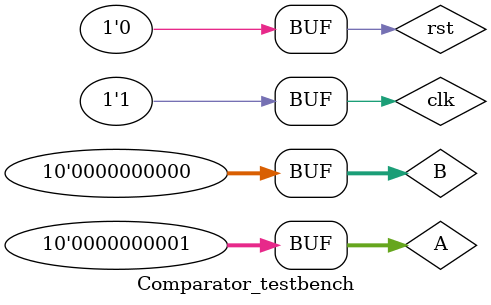
<source format=sv>
module Comparator (out, A, B, clk, rst);
	output logic out;
	input logic clk, rst;
	input logic [9:0] A, B;
	
	assign out = (A > B);
endmodule 



module Comparator_testbench();
	logic out;
	logic clk, rst;
	logic [9:0] A, B;
	
	Comparator dut (.out, .A, .B, .clk, .rst);
	
	initial begin
		clk = 1; rst = 0;
		A = 10'b0000000000;
		B = 10'b0000000000;
		#10;
		A = 10'b0000000001;
		B = 10'b0000000010;
		#10;
		A = 10'b0000000001;
		B = 10'b0000000000;
		#10;
	end
endmodule

</source>
